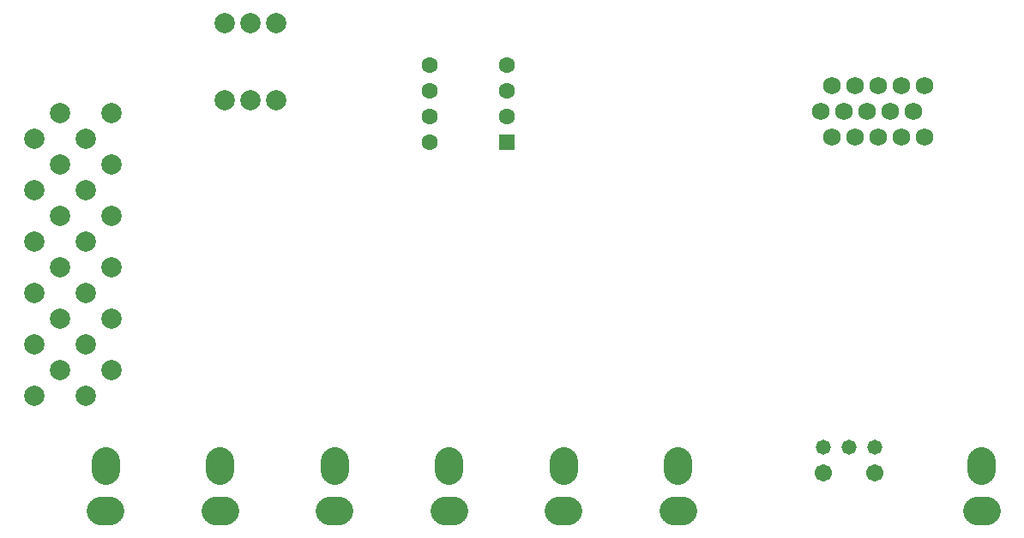
<source format=gbs>
G04 Layer: BottomSolderMaskLayer*
G04 EasyEDA v6.4.0, 2020-07-15T14:14:54--5:00*
G04 b3c21e9d98434acf968649de900d4150,a7c2b416e861464fa72e98bd65157655,10*
G04 Gerber Generator version 0.2*
G04 Scale: 100 percent, Rotated: No, Reflected: No *
G04 Dimensions in inches *
G04 leading zeros omitted , absolute positions ,2 integer and 4 decimal *
%FSLAX24Y24*%
%MOIN*%
G90*
G70D02*

%ADD26C,0.110362*%
%ADD28C,0.078866*%
%ADD29C,0.058000*%
%ADD30C,0.067055*%
%ADD31R,0.063000X0.063000*%
%ADD32C,0.063000*%
%ADD33C,0.068000*%

%LPD*%
G54D26*
G01X22776Y2053D02*
G01X22422Y2053D01*
G01X22600Y4001D02*
G01X22600Y3647D01*
G01X18326Y2053D02*
G01X17972Y2053D01*
G01X18150Y4001D02*
G01X18150Y3647D01*
G01X13876Y2053D02*
G01X13522Y2053D01*
G01X13700Y4001D02*
G01X13700Y3647D01*
G01X9426Y2053D02*
G01X9072Y2053D01*
G01X9250Y4001D02*
G01X9250Y3647D01*
G01X4976Y2053D02*
G01X4622Y2053D01*
G01X4800Y4001D02*
G01X4800Y3647D01*
G01X39026Y2053D02*
G01X38672Y2053D01*
G01X38850Y4001D02*
G01X38850Y3647D01*
G01X27226Y2053D02*
G01X26872Y2053D01*
G01X27050Y4001D02*
G01X27050Y3647D01*
G54D28*
G01X5050Y17550D03*
G01X3050Y17550D03*
G01X4050Y16550D03*
G01X2050Y16550D03*
G01X5050Y15550D03*
G01X3050Y15550D03*
G01X4050Y14550D03*
G01X2050Y14550D03*
G01X5050Y13550D03*
G01X3050Y13550D03*
G01X4050Y12550D03*
G01X2050Y12550D03*
G01X5050Y11550D03*
G01X3050Y11550D03*
G01X4050Y10550D03*
G01X2050Y10550D03*
G01X5050Y9550D03*
G01X3050Y9550D03*
G01X4050Y8550D03*
G01X2050Y8550D03*
G01X5050Y7550D03*
G01X3050Y7550D03*
G01X4050Y6550D03*
G01X2050Y6550D03*
G54D29*
G01X34700Y4550D03*
G01X33700Y4550D03*
G01X32700Y4550D03*
G54D30*
G01X34700Y3550D03*
G01X32700Y3550D03*
G54D31*
G01X20400Y16400D03*
G54D32*
G01X20400Y17400D03*
G01X20400Y18400D03*
G01X20400Y19400D03*
G01X17400Y19400D03*
G01X17400Y18400D03*
G01X17400Y17400D03*
G01X17400Y16400D03*
G54D33*
G01X34398Y17600D03*
G01X33496Y17600D03*
G01X35300Y17600D03*
G01X32595Y17600D03*
G01X36201Y17600D03*
G01X36652Y16600D03*
G01X35750Y16600D03*
G01X34849Y16600D03*
G01X33947Y16600D03*
G01X33046Y16600D03*
G01X36652Y18600D03*
G01X35750Y18600D03*
G01X34849Y18600D03*
G01X33947Y18600D03*
G01X33046Y18600D03*
G54D28*
G01X11450Y21050D03*
G01X11450Y18050D03*
G01X10450Y21050D03*
G01X10450Y18050D03*
G01X9450Y21050D03*
G01X9450Y18050D03*
M00*
M02*

</source>
